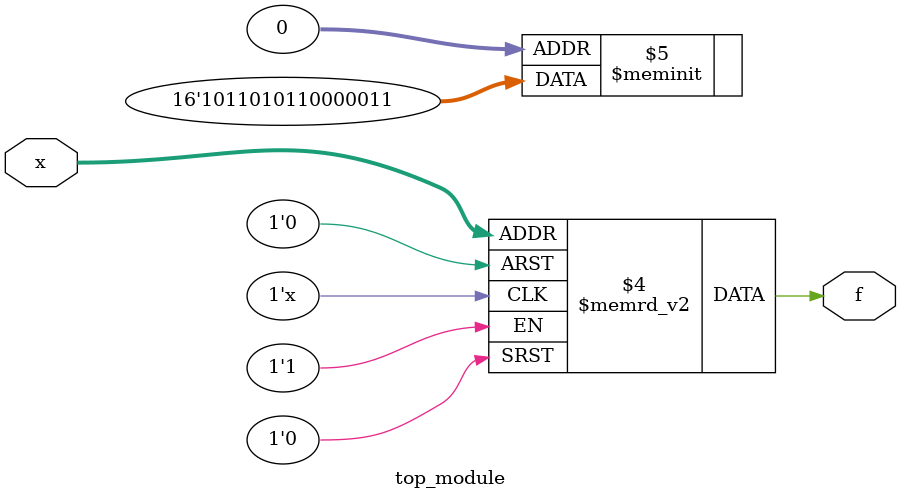
<source format=sv>
module top_module (
    input [4:1] x,
    output logic f
);

always_comb begin
    case ({x[4], x[3], x[2], x[1]})
        4'b0000: f = 1'b1;
        4'b0001: f = 1'b1;
        4'b0010: f = 1'b0;
        4'b0011: f = 1'b0;
        4'b0100: f = 1'b0;
        4'b0101: f = 1'b0;
        4'b0110: f = 1'b0;
        4'b0111: f = 1'b1;
        4'b1000: f = 1'b1;
        4'b1001: f = 1'b0;
        4'b1010: f = 1'b1;
        4'b1011: f = 1'b0;
        4'b1100: f = 1'b1;
        4'b1101: f = 1'b1;
        4'b1110: f = 1'b0;
        4'b1111: f = 1'b1;
    endcase
end

endmodule

</source>
